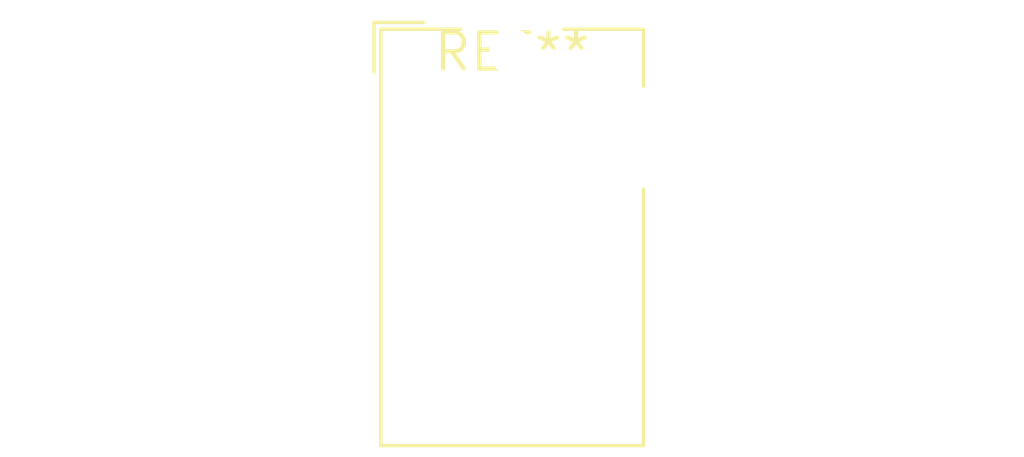
<source format=kicad_pcb>
(kicad_pcb (version 20240108) (generator pcbnew)
  (layers (0 "F.Cu" signal) (31 "B.Cu" signal) (34 "B.Paste" user) (35 "F.Paste" user) (36 "B.SilkS" user "B.Silkscreen") (37 "F.SilkS" user "F.Silkscreen") (38 "B.Mask" user) (39 "F.Mask" user) (44 "Edge.Cuts" user))
  (net 0 "")
  (footprint "BarrelJack_CUI_PJ-102AH_Horizontal" (layer "F.Cu") (at 0 0)
    (property "Reference" "REF**")
    (property "Value" "BarrelJack_CUI_PJ-102AH_Horizontal")
    (fp_line (start -4.84 -1.04) (end -3.1 -1.04) (layer "F.SilkS") (stroke (width 0.12)))
    (fp_line (start -4.84 0.7) (end -4.84 -1.04) (layer "F.SilkS") (stroke (width 0.12)))
    (fp_line (start -4.6 -0.8) (end -1.8 -0.8) (layer "F.SilkS") (stroke (width 0.12)))
    (fp_line (start -4.6 13.8) (end -4.6 -0.8) (layer "F.SilkS") (stroke (width 0.12)))
    (fp_line (start 1.8 -0.8) (end 4.6 -0.8) (layer "F.SilkS") (stroke (width 0.12)))
    (fp_line (start 4.6 -0.8) (end 4.6 1.2) (layer "F.SilkS") (stroke (width 0.12)))
    (fp_line (start 4.6 4.8) (end 4.6 13.8) (layer "F.SilkS") (stroke (width 0.12)))
    (fp_line (start 4.6 13.8) (end -4.6 13.8) (layer "F.SilkS") (stroke (width 0.12)))
    (pad "1" thru_hole rect (at 0 0) (size 2.6 2.6) (drill 1.6) (layers *.Cu *.Mask) (remove_unused_layers))
    (pad "2" thru_hole circle (at 0 6) (size 2.6 2.6) (drill 1.6) (layers *.Cu *.Mask) (remove_unused_layers))
    (pad "3" thru_hole circle (at 4.7 3) (size 2.6 2.6) (drill 1.6) (layers *.Cu *.Mask) (remove_unused_layers))
  )
)
</source>
